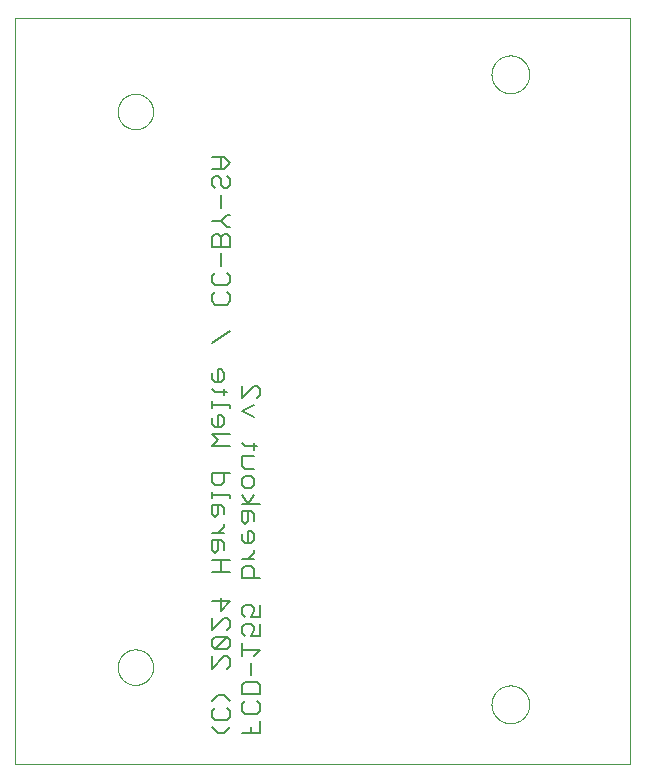
<source format=gbo>
G75*
%MOIN*%
%OFA0B0*%
%FSLAX25Y25*%
%IPPOS*%
%LPD*%
%AMOC8*
5,1,8,0,0,1.08239X$1,22.5*
%
%ADD10C,0.00000*%
%ADD11C,0.00800*%
D10*
X0030619Y0001000D02*
X0030619Y0249701D01*
X0235540Y0249701D01*
X0235540Y0001000D01*
X0030619Y0001000D01*
X0064713Y0033402D02*
X0064715Y0033555D01*
X0064721Y0033709D01*
X0064731Y0033862D01*
X0064745Y0034014D01*
X0064763Y0034167D01*
X0064785Y0034318D01*
X0064810Y0034469D01*
X0064840Y0034620D01*
X0064874Y0034770D01*
X0064911Y0034918D01*
X0064952Y0035066D01*
X0064997Y0035212D01*
X0065046Y0035358D01*
X0065099Y0035502D01*
X0065155Y0035644D01*
X0065215Y0035785D01*
X0065279Y0035925D01*
X0065346Y0036063D01*
X0065417Y0036199D01*
X0065492Y0036333D01*
X0065569Y0036465D01*
X0065651Y0036595D01*
X0065735Y0036723D01*
X0065823Y0036849D01*
X0065914Y0036972D01*
X0066008Y0037093D01*
X0066106Y0037211D01*
X0066206Y0037327D01*
X0066310Y0037440D01*
X0066416Y0037551D01*
X0066525Y0037659D01*
X0066637Y0037764D01*
X0066751Y0037865D01*
X0066869Y0037964D01*
X0066988Y0038060D01*
X0067110Y0038153D01*
X0067235Y0038242D01*
X0067362Y0038329D01*
X0067491Y0038411D01*
X0067622Y0038491D01*
X0067755Y0038567D01*
X0067890Y0038640D01*
X0068027Y0038709D01*
X0068166Y0038774D01*
X0068306Y0038836D01*
X0068448Y0038894D01*
X0068591Y0038949D01*
X0068736Y0039000D01*
X0068882Y0039047D01*
X0069029Y0039090D01*
X0069177Y0039129D01*
X0069326Y0039165D01*
X0069476Y0039196D01*
X0069627Y0039224D01*
X0069778Y0039248D01*
X0069931Y0039268D01*
X0070083Y0039284D01*
X0070236Y0039296D01*
X0070389Y0039304D01*
X0070542Y0039308D01*
X0070696Y0039308D01*
X0070849Y0039304D01*
X0071002Y0039296D01*
X0071155Y0039284D01*
X0071307Y0039268D01*
X0071460Y0039248D01*
X0071611Y0039224D01*
X0071762Y0039196D01*
X0071912Y0039165D01*
X0072061Y0039129D01*
X0072209Y0039090D01*
X0072356Y0039047D01*
X0072502Y0039000D01*
X0072647Y0038949D01*
X0072790Y0038894D01*
X0072932Y0038836D01*
X0073072Y0038774D01*
X0073211Y0038709D01*
X0073348Y0038640D01*
X0073483Y0038567D01*
X0073616Y0038491D01*
X0073747Y0038411D01*
X0073876Y0038329D01*
X0074003Y0038242D01*
X0074128Y0038153D01*
X0074250Y0038060D01*
X0074369Y0037964D01*
X0074487Y0037865D01*
X0074601Y0037764D01*
X0074713Y0037659D01*
X0074822Y0037551D01*
X0074928Y0037440D01*
X0075032Y0037327D01*
X0075132Y0037211D01*
X0075230Y0037093D01*
X0075324Y0036972D01*
X0075415Y0036849D01*
X0075503Y0036723D01*
X0075587Y0036595D01*
X0075669Y0036465D01*
X0075746Y0036333D01*
X0075821Y0036199D01*
X0075892Y0036063D01*
X0075959Y0035925D01*
X0076023Y0035785D01*
X0076083Y0035644D01*
X0076139Y0035502D01*
X0076192Y0035358D01*
X0076241Y0035212D01*
X0076286Y0035066D01*
X0076327Y0034918D01*
X0076364Y0034770D01*
X0076398Y0034620D01*
X0076428Y0034469D01*
X0076453Y0034318D01*
X0076475Y0034167D01*
X0076493Y0034014D01*
X0076507Y0033862D01*
X0076517Y0033709D01*
X0076523Y0033555D01*
X0076525Y0033402D01*
X0076523Y0033249D01*
X0076517Y0033095D01*
X0076507Y0032942D01*
X0076493Y0032790D01*
X0076475Y0032637D01*
X0076453Y0032486D01*
X0076428Y0032335D01*
X0076398Y0032184D01*
X0076364Y0032034D01*
X0076327Y0031886D01*
X0076286Y0031738D01*
X0076241Y0031592D01*
X0076192Y0031446D01*
X0076139Y0031302D01*
X0076083Y0031160D01*
X0076023Y0031019D01*
X0075959Y0030879D01*
X0075892Y0030741D01*
X0075821Y0030605D01*
X0075746Y0030471D01*
X0075669Y0030339D01*
X0075587Y0030209D01*
X0075503Y0030081D01*
X0075415Y0029955D01*
X0075324Y0029832D01*
X0075230Y0029711D01*
X0075132Y0029593D01*
X0075032Y0029477D01*
X0074928Y0029364D01*
X0074822Y0029253D01*
X0074713Y0029145D01*
X0074601Y0029040D01*
X0074487Y0028939D01*
X0074369Y0028840D01*
X0074250Y0028744D01*
X0074128Y0028651D01*
X0074003Y0028562D01*
X0073876Y0028475D01*
X0073747Y0028393D01*
X0073616Y0028313D01*
X0073483Y0028237D01*
X0073348Y0028164D01*
X0073211Y0028095D01*
X0073072Y0028030D01*
X0072932Y0027968D01*
X0072790Y0027910D01*
X0072647Y0027855D01*
X0072502Y0027804D01*
X0072356Y0027757D01*
X0072209Y0027714D01*
X0072061Y0027675D01*
X0071912Y0027639D01*
X0071762Y0027608D01*
X0071611Y0027580D01*
X0071460Y0027556D01*
X0071307Y0027536D01*
X0071155Y0027520D01*
X0071002Y0027508D01*
X0070849Y0027500D01*
X0070696Y0027496D01*
X0070542Y0027496D01*
X0070389Y0027500D01*
X0070236Y0027508D01*
X0070083Y0027520D01*
X0069931Y0027536D01*
X0069778Y0027556D01*
X0069627Y0027580D01*
X0069476Y0027608D01*
X0069326Y0027639D01*
X0069177Y0027675D01*
X0069029Y0027714D01*
X0068882Y0027757D01*
X0068736Y0027804D01*
X0068591Y0027855D01*
X0068448Y0027910D01*
X0068306Y0027968D01*
X0068166Y0028030D01*
X0068027Y0028095D01*
X0067890Y0028164D01*
X0067755Y0028237D01*
X0067622Y0028313D01*
X0067491Y0028393D01*
X0067362Y0028475D01*
X0067235Y0028562D01*
X0067110Y0028651D01*
X0066988Y0028744D01*
X0066869Y0028840D01*
X0066751Y0028939D01*
X0066637Y0029040D01*
X0066525Y0029145D01*
X0066416Y0029253D01*
X0066310Y0029364D01*
X0066206Y0029477D01*
X0066106Y0029593D01*
X0066008Y0029711D01*
X0065914Y0029832D01*
X0065823Y0029955D01*
X0065735Y0030081D01*
X0065651Y0030209D01*
X0065569Y0030339D01*
X0065492Y0030471D01*
X0065417Y0030605D01*
X0065346Y0030741D01*
X0065279Y0030879D01*
X0065215Y0031019D01*
X0065155Y0031160D01*
X0065099Y0031302D01*
X0065046Y0031446D01*
X0064997Y0031592D01*
X0064952Y0031738D01*
X0064911Y0031886D01*
X0064874Y0032034D01*
X0064840Y0032184D01*
X0064810Y0032335D01*
X0064785Y0032486D01*
X0064763Y0032637D01*
X0064745Y0032790D01*
X0064731Y0032942D01*
X0064721Y0033095D01*
X0064715Y0033249D01*
X0064713Y0033402D01*
X0189320Y0021000D02*
X0189322Y0021158D01*
X0189328Y0021316D01*
X0189338Y0021474D01*
X0189352Y0021632D01*
X0189370Y0021789D01*
X0189391Y0021946D01*
X0189417Y0022102D01*
X0189447Y0022258D01*
X0189480Y0022413D01*
X0189518Y0022566D01*
X0189559Y0022719D01*
X0189604Y0022871D01*
X0189653Y0023022D01*
X0189706Y0023171D01*
X0189762Y0023319D01*
X0189822Y0023465D01*
X0189886Y0023610D01*
X0189954Y0023753D01*
X0190025Y0023895D01*
X0190099Y0024035D01*
X0190177Y0024172D01*
X0190259Y0024308D01*
X0190343Y0024442D01*
X0190432Y0024573D01*
X0190523Y0024702D01*
X0190618Y0024829D01*
X0190715Y0024954D01*
X0190816Y0025076D01*
X0190920Y0025195D01*
X0191027Y0025312D01*
X0191137Y0025426D01*
X0191250Y0025537D01*
X0191365Y0025646D01*
X0191483Y0025751D01*
X0191604Y0025853D01*
X0191727Y0025953D01*
X0191853Y0026049D01*
X0191981Y0026142D01*
X0192111Y0026232D01*
X0192244Y0026318D01*
X0192379Y0026402D01*
X0192515Y0026481D01*
X0192654Y0026558D01*
X0192795Y0026630D01*
X0192937Y0026700D01*
X0193081Y0026765D01*
X0193227Y0026827D01*
X0193374Y0026885D01*
X0193523Y0026940D01*
X0193673Y0026991D01*
X0193824Y0027038D01*
X0193976Y0027081D01*
X0194129Y0027120D01*
X0194284Y0027156D01*
X0194439Y0027187D01*
X0194595Y0027215D01*
X0194751Y0027239D01*
X0194908Y0027259D01*
X0195066Y0027275D01*
X0195223Y0027287D01*
X0195382Y0027295D01*
X0195540Y0027299D01*
X0195698Y0027299D01*
X0195856Y0027295D01*
X0196015Y0027287D01*
X0196172Y0027275D01*
X0196330Y0027259D01*
X0196487Y0027239D01*
X0196643Y0027215D01*
X0196799Y0027187D01*
X0196954Y0027156D01*
X0197109Y0027120D01*
X0197262Y0027081D01*
X0197414Y0027038D01*
X0197565Y0026991D01*
X0197715Y0026940D01*
X0197864Y0026885D01*
X0198011Y0026827D01*
X0198157Y0026765D01*
X0198301Y0026700D01*
X0198443Y0026630D01*
X0198584Y0026558D01*
X0198723Y0026481D01*
X0198859Y0026402D01*
X0198994Y0026318D01*
X0199127Y0026232D01*
X0199257Y0026142D01*
X0199385Y0026049D01*
X0199511Y0025953D01*
X0199634Y0025853D01*
X0199755Y0025751D01*
X0199873Y0025646D01*
X0199988Y0025537D01*
X0200101Y0025426D01*
X0200211Y0025312D01*
X0200318Y0025195D01*
X0200422Y0025076D01*
X0200523Y0024954D01*
X0200620Y0024829D01*
X0200715Y0024702D01*
X0200806Y0024573D01*
X0200895Y0024442D01*
X0200979Y0024308D01*
X0201061Y0024172D01*
X0201139Y0024035D01*
X0201213Y0023895D01*
X0201284Y0023753D01*
X0201352Y0023610D01*
X0201416Y0023465D01*
X0201476Y0023319D01*
X0201532Y0023171D01*
X0201585Y0023022D01*
X0201634Y0022871D01*
X0201679Y0022719D01*
X0201720Y0022566D01*
X0201758Y0022413D01*
X0201791Y0022258D01*
X0201821Y0022102D01*
X0201847Y0021946D01*
X0201868Y0021789D01*
X0201886Y0021632D01*
X0201900Y0021474D01*
X0201910Y0021316D01*
X0201916Y0021158D01*
X0201918Y0021000D01*
X0201916Y0020842D01*
X0201910Y0020684D01*
X0201900Y0020526D01*
X0201886Y0020368D01*
X0201868Y0020211D01*
X0201847Y0020054D01*
X0201821Y0019898D01*
X0201791Y0019742D01*
X0201758Y0019587D01*
X0201720Y0019434D01*
X0201679Y0019281D01*
X0201634Y0019129D01*
X0201585Y0018978D01*
X0201532Y0018829D01*
X0201476Y0018681D01*
X0201416Y0018535D01*
X0201352Y0018390D01*
X0201284Y0018247D01*
X0201213Y0018105D01*
X0201139Y0017965D01*
X0201061Y0017828D01*
X0200979Y0017692D01*
X0200895Y0017558D01*
X0200806Y0017427D01*
X0200715Y0017298D01*
X0200620Y0017171D01*
X0200523Y0017046D01*
X0200422Y0016924D01*
X0200318Y0016805D01*
X0200211Y0016688D01*
X0200101Y0016574D01*
X0199988Y0016463D01*
X0199873Y0016354D01*
X0199755Y0016249D01*
X0199634Y0016147D01*
X0199511Y0016047D01*
X0199385Y0015951D01*
X0199257Y0015858D01*
X0199127Y0015768D01*
X0198994Y0015682D01*
X0198859Y0015598D01*
X0198723Y0015519D01*
X0198584Y0015442D01*
X0198443Y0015370D01*
X0198301Y0015300D01*
X0198157Y0015235D01*
X0198011Y0015173D01*
X0197864Y0015115D01*
X0197715Y0015060D01*
X0197565Y0015009D01*
X0197414Y0014962D01*
X0197262Y0014919D01*
X0197109Y0014880D01*
X0196954Y0014844D01*
X0196799Y0014813D01*
X0196643Y0014785D01*
X0196487Y0014761D01*
X0196330Y0014741D01*
X0196172Y0014725D01*
X0196015Y0014713D01*
X0195856Y0014705D01*
X0195698Y0014701D01*
X0195540Y0014701D01*
X0195382Y0014705D01*
X0195223Y0014713D01*
X0195066Y0014725D01*
X0194908Y0014741D01*
X0194751Y0014761D01*
X0194595Y0014785D01*
X0194439Y0014813D01*
X0194284Y0014844D01*
X0194129Y0014880D01*
X0193976Y0014919D01*
X0193824Y0014962D01*
X0193673Y0015009D01*
X0193523Y0015060D01*
X0193374Y0015115D01*
X0193227Y0015173D01*
X0193081Y0015235D01*
X0192937Y0015300D01*
X0192795Y0015370D01*
X0192654Y0015442D01*
X0192515Y0015519D01*
X0192379Y0015598D01*
X0192244Y0015682D01*
X0192111Y0015768D01*
X0191981Y0015858D01*
X0191853Y0015951D01*
X0191727Y0016047D01*
X0191604Y0016147D01*
X0191483Y0016249D01*
X0191365Y0016354D01*
X0191250Y0016463D01*
X0191137Y0016574D01*
X0191027Y0016688D01*
X0190920Y0016805D01*
X0190816Y0016924D01*
X0190715Y0017046D01*
X0190618Y0017171D01*
X0190523Y0017298D01*
X0190432Y0017427D01*
X0190343Y0017558D01*
X0190259Y0017692D01*
X0190177Y0017828D01*
X0190099Y0017965D01*
X0190025Y0018105D01*
X0189954Y0018247D01*
X0189886Y0018390D01*
X0189822Y0018535D01*
X0189762Y0018681D01*
X0189706Y0018829D01*
X0189653Y0018978D01*
X0189604Y0019129D01*
X0189559Y0019281D01*
X0189518Y0019434D01*
X0189480Y0019587D01*
X0189447Y0019742D01*
X0189417Y0019898D01*
X0189391Y0020054D01*
X0189370Y0020211D01*
X0189352Y0020368D01*
X0189338Y0020526D01*
X0189328Y0020684D01*
X0189322Y0020842D01*
X0189320Y0021000D01*
X0064713Y0218598D02*
X0064715Y0218751D01*
X0064721Y0218905D01*
X0064731Y0219058D01*
X0064745Y0219210D01*
X0064763Y0219363D01*
X0064785Y0219514D01*
X0064810Y0219665D01*
X0064840Y0219816D01*
X0064874Y0219966D01*
X0064911Y0220114D01*
X0064952Y0220262D01*
X0064997Y0220408D01*
X0065046Y0220554D01*
X0065099Y0220698D01*
X0065155Y0220840D01*
X0065215Y0220981D01*
X0065279Y0221121D01*
X0065346Y0221259D01*
X0065417Y0221395D01*
X0065492Y0221529D01*
X0065569Y0221661D01*
X0065651Y0221791D01*
X0065735Y0221919D01*
X0065823Y0222045D01*
X0065914Y0222168D01*
X0066008Y0222289D01*
X0066106Y0222407D01*
X0066206Y0222523D01*
X0066310Y0222636D01*
X0066416Y0222747D01*
X0066525Y0222855D01*
X0066637Y0222960D01*
X0066751Y0223061D01*
X0066869Y0223160D01*
X0066988Y0223256D01*
X0067110Y0223349D01*
X0067235Y0223438D01*
X0067362Y0223525D01*
X0067491Y0223607D01*
X0067622Y0223687D01*
X0067755Y0223763D01*
X0067890Y0223836D01*
X0068027Y0223905D01*
X0068166Y0223970D01*
X0068306Y0224032D01*
X0068448Y0224090D01*
X0068591Y0224145D01*
X0068736Y0224196D01*
X0068882Y0224243D01*
X0069029Y0224286D01*
X0069177Y0224325D01*
X0069326Y0224361D01*
X0069476Y0224392D01*
X0069627Y0224420D01*
X0069778Y0224444D01*
X0069931Y0224464D01*
X0070083Y0224480D01*
X0070236Y0224492D01*
X0070389Y0224500D01*
X0070542Y0224504D01*
X0070696Y0224504D01*
X0070849Y0224500D01*
X0071002Y0224492D01*
X0071155Y0224480D01*
X0071307Y0224464D01*
X0071460Y0224444D01*
X0071611Y0224420D01*
X0071762Y0224392D01*
X0071912Y0224361D01*
X0072061Y0224325D01*
X0072209Y0224286D01*
X0072356Y0224243D01*
X0072502Y0224196D01*
X0072647Y0224145D01*
X0072790Y0224090D01*
X0072932Y0224032D01*
X0073072Y0223970D01*
X0073211Y0223905D01*
X0073348Y0223836D01*
X0073483Y0223763D01*
X0073616Y0223687D01*
X0073747Y0223607D01*
X0073876Y0223525D01*
X0074003Y0223438D01*
X0074128Y0223349D01*
X0074250Y0223256D01*
X0074369Y0223160D01*
X0074487Y0223061D01*
X0074601Y0222960D01*
X0074713Y0222855D01*
X0074822Y0222747D01*
X0074928Y0222636D01*
X0075032Y0222523D01*
X0075132Y0222407D01*
X0075230Y0222289D01*
X0075324Y0222168D01*
X0075415Y0222045D01*
X0075503Y0221919D01*
X0075587Y0221791D01*
X0075669Y0221661D01*
X0075746Y0221529D01*
X0075821Y0221395D01*
X0075892Y0221259D01*
X0075959Y0221121D01*
X0076023Y0220981D01*
X0076083Y0220840D01*
X0076139Y0220698D01*
X0076192Y0220554D01*
X0076241Y0220408D01*
X0076286Y0220262D01*
X0076327Y0220114D01*
X0076364Y0219966D01*
X0076398Y0219816D01*
X0076428Y0219665D01*
X0076453Y0219514D01*
X0076475Y0219363D01*
X0076493Y0219210D01*
X0076507Y0219058D01*
X0076517Y0218905D01*
X0076523Y0218751D01*
X0076525Y0218598D01*
X0076523Y0218445D01*
X0076517Y0218291D01*
X0076507Y0218138D01*
X0076493Y0217986D01*
X0076475Y0217833D01*
X0076453Y0217682D01*
X0076428Y0217531D01*
X0076398Y0217380D01*
X0076364Y0217230D01*
X0076327Y0217082D01*
X0076286Y0216934D01*
X0076241Y0216788D01*
X0076192Y0216642D01*
X0076139Y0216498D01*
X0076083Y0216356D01*
X0076023Y0216215D01*
X0075959Y0216075D01*
X0075892Y0215937D01*
X0075821Y0215801D01*
X0075746Y0215667D01*
X0075669Y0215535D01*
X0075587Y0215405D01*
X0075503Y0215277D01*
X0075415Y0215151D01*
X0075324Y0215028D01*
X0075230Y0214907D01*
X0075132Y0214789D01*
X0075032Y0214673D01*
X0074928Y0214560D01*
X0074822Y0214449D01*
X0074713Y0214341D01*
X0074601Y0214236D01*
X0074487Y0214135D01*
X0074369Y0214036D01*
X0074250Y0213940D01*
X0074128Y0213847D01*
X0074003Y0213758D01*
X0073876Y0213671D01*
X0073747Y0213589D01*
X0073616Y0213509D01*
X0073483Y0213433D01*
X0073348Y0213360D01*
X0073211Y0213291D01*
X0073072Y0213226D01*
X0072932Y0213164D01*
X0072790Y0213106D01*
X0072647Y0213051D01*
X0072502Y0213000D01*
X0072356Y0212953D01*
X0072209Y0212910D01*
X0072061Y0212871D01*
X0071912Y0212835D01*
X0071762Y0212804D01*
X0071611Y0212776D01*
X0071460Y0212752D01*
X0071307Y0212732D01*
X0071155Y0212716D01*
X0071002Y0212704D01*
X0070849Y0212696D01*
X0070696Y0212692D01*
X0070542Y0212692D01*
X0070389Y0212696D01*
X0070236Y0212704D01*
X0070083Y0212716D01*
X0069931Y0212732D01*
X0069778Y0212752D01*
X0069627Y0212776D01*
X0069476Y0212804D01*
X0069326Y0212835D01*
X0069177Y0212871D01*
X0069029Y0212910D01*
X0068882Y0212953D01*
X0068736Y0213000D01*
X0068591Y0213051D01*
X0068448Y0213106D01*
X0068306Y0213164D01*
X0068166Y0213226D01*
X0068027Y0213291D01*
X0067890Y0213360D01*
X0067755Y0213433D01*
X0067622Y0213509D01*
X0067491Y0213589D01*
X0067362Y0213671D01*
X0067235Y0213758D01*
X0067110Y0213847D01*
X0066988Y0213940D01*
X0066869Y0214036D01*
X0066751Y0214135D01*
X0066637Y0214236D01*
X0066525Y0214341D01*
X0066416Y0214449D01*
X0066310Y0214560D01*
X0066206Y0214673D01*
X0066106Y0214789D01*
X0066008Y0214907D01*
X0065914Y0215028D01*
X0065823Y0215151D01*
X0065735Y0215277D01*
X0065651Y0215405D01*
X0065569Y0215535D01*
X0065492Y0215667D01*
X0065417Y0215801D01*
X0065346Y0215937D01*
X0065279Y0216075D01*
X0065215Y0216215D01*
X0065155Y0216356D01*
X0065099Y0216498D01*
X0065046Y0216642D01*
X0064997Y0216788D01*
X0064952Y0216934D01*
X0064911Y0217082D01*
X0064874Y0217230D01*
X0064840Y0217380D01*
X0064810Y0217531D01*
X0064785Y0217682D01*
X0064763Y0217833D01*
X0064745Y0217986D01*
X0064731Y0218138D01*
X0064721Y0218291D01*
X0064715Y0218445D01*
X0064713Y0218598D01*
X0189320Y0231000D02*
X0189322Y0231158D01*
X0189328Y0231316D01*
X0189338Y0231474D01*
X0189352Y0231632D01*
X0189370Y0231789D01*
X0189391Y0231946D01*
X0189417Y0232102D01*
X0189447Y0232258D01*
X0189480Y0232413D01*
X0189518Y0232566D01*
X0189559Y0232719D01*
X0189604Y0232871D01*
X0189653Y0233022D01*
X0189706Y0233171D01*
X0189762Y0233319D01*
X0189822Y0233465D01*
X0189886Y0233610D01*
X0189954Y0233753D01*
X0190025Y0233895D01*
X0190099Y0234035D01*
X0190177Y0234172D01*
X0190259Y0234308D01*
X0190343Y0234442D01*
X0190432Y0234573D01*
X0190523Y0234702D01*
X0190618Y0234829D01*
X0190715Y0234954D01*
X0190816Y0235076D01*
X0190920Y0235195D01*
X0191027Y0235312D01*
X0191137Y0235426D01*
X0191250Y0235537D01*
X0191365Y0235646D01*
X0191483Y0235751D01*
X0191604Y0235853D01*
X0191727Y0235953D01*
X0191853Y0236049D01*
X0191981Y0236142D01*
X0192111Y0236232D01*
X0192244Y0236318D01*
X0192379Y0236402D01*
X0192515Y0236481D01*
X0192654Y0236558D01*
X0192795Y0236630D01*
X0192937Y0236700D01*
X0193081Y0236765D01*
X0193227Y0236827D01*
X0193374Y0236885D01*
X0193523Y0236940D01*
X0193673Y0236991D01*
X0193824Y0237038D01*
X0193976Y0237081D01*
X0194129Y0237120D01*
X0194284Y0237156D01*
X0194439Y0237187D01*
X0194595Y0237215D01*
X0194751Y0237239D01*
X0194908Y0237259D01*
X0195066Y0237275D01*
X0195223Y0237287D01*
X0195382Y0237295D01*
X0195540Y0237299D01*
X0195698Y0237299D01*
X0195856Y0237295D01*
X0196015Y0237287D01*
X0196172Y0237275D01*
X0196330Y0237259D01*
X0196487Y0237239D01*
X0196643Y0237215D01*
X0196799Y0237187D01*
X0196954Y0237156D01*
X0197109Y0237120D01*
X0197262Y0237081D01*
X0197414Y0237038D01*
X0197565Y0236991D01*
X0197715Y0236940D01*
X0197864Y0236885D01*
X0198011Y0236827D01*
X0198157Y0236765D01*
X0198301Y0236700D01*
X0198443Y0236630D01*
X0198584Y0236558D01*
X0198723Y0236481D01*
X0198859Y0236402D01*
X0198994Y0236318D01*
X0199127Y0236232D01*
X0199257Y0236142D01*
X0199385Y0236049D01*
X0199511Y0235953D01*
X0199634Y0235853D01*
X0199755Y0235751D01*
X0199873Y0235646D01*
X0199988Y0235537D01*
X0200101Y0235426D01*
X0200211Y0235312D01*
X0200318Y0235195D01*
X0200422Y0235076D01*
X0200523Y0234954D01*
X0200620Y0234829D01*
X0200715Y0234702D01*
X0200806Y0234573D01*
X0200895Y0234442D01*
X0200979Y0234308D01*
X0201061Y0234172D01*
X0201139Y0234035D01*
X0201213Y0233895D01*
X0201284Y0233753D01*
X0201352Y0233610D01*
X0201416Y0233465D01*
X0201476Y0233319D01*
X0201532Y0233171D01*
X0201585Y0233022D01*
X0201634Y0232871D01*
X0201679Y0232719D01*
X0201720Y0232566D01*
X0201758Y0232413D01*
X0201791Y0232258D01*
X0201821Y0232102D01*
X0201847Y0231946D01*
X0201868Y0231789D01*
X0201886Y0231632D01*
X0201900Y0231474D01*
X0201910Y0231316D01*
X0201916Y0231158D01*
X0201918Y0231000D01*
X0201916Y0230842D01*
X0201910Y0230684D01*
X0201900Y0230526D01*
X0201886Y0230368D01*
X0201868Y0230211D01*
X0201847Y0230054D01*
X0201821Y0229898D01*
X0201791Y0229742D01*
X0201758Y0229587D01*
X0201720Y0229434D01*
X0201679Y0229281D01*
X0201634Y0229129D01*
X0201585Y0228978D01*
X0201532Y0228829D01*
X0201476Y0228681D01*
X0201416Y0228535D01*
X0201352Y0228390D01*
X0201284Y0228247D01*
X0201213Y0228105D01*
X0201139Y0227965D01*
X0201061Y0227828D01*
X0200979Y0227692D01*
X0200895Y0227558D01*
X0200806Y0227427D01*
X0200715Y0227298D01*
X0200620Y0227171D01*
X0200523Y0227046D01*
X0200422Y0226924D01*
X0200318Y0226805D01*
X0200211Y0226688D01*
X0200101Y0226574D01*
X0199988Y0226463D01*
X0199873Y0226354D01*
X0199755Y0226249D01*
X0199634Y0226147D01*
X0199511Y0226047D01*
X0199385Y0225951D01*
X0199257Y0225858D01*
X0199127Y0225768D01*
X0198994Y0225682D01*
X0198859Y0225598D01*
X0198723Y0225519D01*
X0198584Y0225442D01*
X0198443Y0225370D01*
X0198301Y0225300D01*
X0198157Y0225235D01*
X0198011Y0225173D01*
X0197864Y0225115D01*
X0197715Y0225060D01*
X0197565Y0225009D01*
X0197414Y0224962D01*
X0197262Y0224919D01*
X0197109Y0224880D01*
X0196954Y0224844D01*
X0196799Y0224813D01*
X0196643Y0224785D01*
X0196487Y0224761D01*
X0196330Y0224741D01*
X0196172Y0224725D01*
X0196015Y0224713D01*
X0195856Y0224705D01*
X0195698Y0224701D01*
X0195540Y0224701D01*
X0195382Y0224705D01*
X0195223Y0224713D01*
X0195066Y0224725D01*
X0194908Y0224741D01*
X0194751Y0224761D01*
X0194595Y0224785D01*
X0194439Y0224813D01*
X0194284Y0224844D01*
X0194129Y0224880D01*
X0193976Y0224919D01*
X0193824Y0224962D01*
X0193673Y0225009D01*
X0193523Y0225060D01*
X0193374Y0225115D01*
X0193227Y0225173D01*
X0193081Y0225235D01*
X0192937Y0225300D01*
X0192795Y0225370D01*
X0192654Y0225442D01*
X0192515Y0225519D01*
X0192379Y0225598D01*
X0192244Y0225682D01*
X0192111Y0225768D01*
X0191981Y0225858D01*
X0191853Y0225951D01*
X0191727Y0226047D01*
X0191604Y0226147D01*
X0191483Y0226249D01*
X0191365Y0226354D01*
X0191250Y0226463D01*
X0191137Y0226574D01*
X0191027Y0226688D01*
X0190920Y0226805D01*
X0190816Y0226924D01*
X0190715Y0227046D01*
X0190618Y0227171D01*
X0190523Y0227298D01*
X0190432Y0227427D01*
X0190343Y0227558D01*
X0190259Y0227692D01*
X0190177Y0227828D01*
X0190099Y0227965D01*
X0190025Y0228105D01*
X0189954Y0228247D01*
X0189886Y0228390D01*
X0189822Y0228535D01*
X0189762Y0228681D01*
X0189706Y0228829D01*
X0189653Y0228978D01*
X0189604Y0229129D01*
X0189559Y0229281D01*
X0189518Y0229434D01*
X0189480Y0229587D01*
X0189447Y0229742D01*
X0189417Y0229898D01*
X0189391Y0230054D01*
X0189370Y0230211D01*
X0189352Y0230368D01*
X0189338Y0230526D01*
X0189328Y0230684D01*
X0189322Y0230842D01*
X0189320Y0231000D01*
D11*
X0102224Y0201462D02*
X0100156Y0203531D01*
X0096019Y0203531D01*
X0099122Y0203531D02*
X0099122Y0199394D01*
X0100156Y0199394D02*
X0102224Y0201462D01*
X0100156Y0199394D02*
X0096019Y0199394D01*
X0097053Y0197085D02*
X0096019Y0196051D01*
X0096019Y0193982D01*
X0097053Y0192948D01*
X0099122Y0193982D02*
X0099122Y0196051D01*
X0098087Y0197085D01*
X0097053Y0197085D01*
X0099122Y0193982D02*
X0100156Y0192948D01*
X0101190Y0192948D01*
X0102224Y0193982D01*
X0102224Y0196051D01*
X0101190Y0197085D01*
X0099122Y0190640D02*
X0099122Y0186503D01*
X0101190Y0184194D02*
X0102224Y0184194D01*
X0101190Y0184194D02*
X0099122Y0182126D01*
X0096019Y0182126D01*
X0099122Y0182126D02*
X0101190Y0180057D01*
X0102224Y0180057D01*
X0101190Y0177749D02*
X0100156Y0177749D01*
X0099122Y0176714D01*
X0099122Y0173612D01*
X0099122Y0171303D02*
X0099122Y0167166D01*
X0101190Y0164858D02*
X0102224Y0163823D01*
X0102224Y0161755D01*
X0101190Y0160721D01*
X0097053Y0160721D01*
X0096019Y0161755D01*
X0096019Y0163823D01*
X0097053Y0164858D01*
X0097053Y0158412D02*
X0096019Y0157378D01*
X0096019Y0155309D01*
X0097053Y0154275D01*
X0101190Y0154275D01*
X0102224Y0155309D01*
X0102224Y0157378D01*
X0101190Y0158412D01*
X0102224Y0145521D02*
X0096019Y0141384D01*
X0098087Y0132630D02*
X0098087Y0128493D01*
X0097053Y0128493D02*
X0099122Y0128493D01*
X0100156Y0129527D01*
X0100156Y0131596D01*
X0099122Y0132630D01*
X0098087Y0132630D01*
X0096019Y0131596D02*
X0096019Y0129527D01*
X0097053Y0128493D01*
X0096019Y0126265D02*
X0097053Y0125230D01*
X0101190Y0125230D01*
X0100156Y0124196D02*
X0100156Y0126265D01*
X0102224Y0120933D02*
X0096019Y0120933D01*
X0096019Y0119899D02*
X0096019Y0121968D01*
X0098087Y0117591D02*
X0098087Y0113454D01*
X0097053Y0113454D02*
X0099122Y0113454D01*
X0100156Y0114488D01*
X0100156Y0116556D01*
X0099122Y0117591D01*
X0098087Y0117591D01*
X0096019Y0116556D02*
X0096019Y0114488D01*
X0097053Y0113454D01*
X0096019Y0111145D02*
X0102224Y0111145D01*
X0098087Y0109077D02*
X0096019Y0111145D01*
X0098087Y0109077D02*
X0096019Y0107008D01*
X0102224Y0107008D01*
X0106019Y0108002D02*
X0107053Y0106968D01*
X0111190Y0106968D01*
X0110156Y0105934D02*
X0110156Y0108002D01*
X0110156Y0103625D02*
X0106019Y0103625D01*
X0106019Y0100523D01*
X0107053Y0099488D01*
X0110156Y0099488D01*
X0109122Y0097180D02*
X0110156Y0096146D01*
X0110156Y0094077D01*
X0109122Y0093043D01*
X0107053Y0093043D01*
X0106019Y0094077D01*
X0106019Y0096146D01*
X0107053Y0097180D01*
X0109122Y0097180D01*
X0110156Y0090774D02*
X0108087Y0087672D01*
X0106019Y0090774D01*
X0106019Y0087672D02*
X0112224Y0087672D01*
X0109122Y0085363D02*
X0110156Y0084329D01*
X0110156Y0082260D01*
X0108087Y0082260D02*
X0108087Y0085363D01*
X0109122Y0085363D02*
X0106019Y0085363D01*
X0106019Y0082260D01*
X0107053Y0081226D01*
X0108087Y0082260D01*
X0108087Y0078918D02*
X0108087Y0074781D01*
X0107053Y0074781D02*
X0109122Y0074781D01*
X0110156Y0075815D01*
X0110156Y0077883D01*
X0109122Y0078918D01*
X0108087Y0078918D01*
X0106019Y0077883D02*
X0106019Y0075815D01*
X0107053Y0074781D01*
X0110156Y0072512D02*
X0110156Y0071478D01*
X0108087Y0069409D01*
X0106019Y0069409D02*
X0110156Y0069409D01*
X0109122Y0067101D02*
X0110156Y0066067D01*
X0110156Y0062964D01*
X0112224Y0062964D02*
X0106019Y0062964D01*
X0106019Y0066067D01*
X0107053Y0067101D01*
X0109122Y0067101D01*
X0102224Y0065112D02*
X0096019Y0065112D01*
X0099122Y0065112D02*
X0099122Y0069249D01*
X0097053Y0071558D02*
X0098087Y0072592D01*
X0098087Y0075695D01*
X0099122Y0075695D02*
X0096019Y0075695D01*
X0096019Y0072592D01*
X0097053Y0071558D01*
X0096019Y0069249D02*
X0102224Y0069249D01*
X0100156Y0072592D02*
X0100156Y0074661D01*
X0099122Y0075695D01*
X0100156Y0078003D02*
X0096019Y0078003D01*
X0098087Y0078003D02*
X0100156Y0080072D01*
X0100156Y0081106D01*
X0100156Y0084409D02*
X0100156Y0086477D01*
X0099122Y0087512D01*
X0096019Y0087512D01*
X0096019Y0084409D01*
X0097053Y0083375D01*
X0098087Y0084409D01*
X0098087Y0087512D01*
X0096019Y0089820D02*
X0096019Y0091889D01*
X0096019Y0090854D02*
X0102224Y0090854D01*
X0102224Y0089820D01*
X0099122Y0094117D02*
X0097053Y0094117D01*
X0096019Y0095151D01*
X0096019Y0098254D01*
X0102224Y0098254D01*
X0100156Y0098254D02*
X0100156Y0095151D01*
X0099122Y0094117D01*
X0110156Y0116676D02*
X0106019Y0118745D01*
X0110156Y0120813D01*
X0111190Y0123122D02*
X0112224Y0124156D01*
X0112224Y0126225D01*
X0111190Y0127259D01*
X0110156Y0127259D01*
X0106019Y0123122D01*
X0106019Y0127259D01*
X0102224Y0120933D02*
X0102224Y0119899D01*
X0102224Y0173612D02*
X0096019Y0173612D01*
X0096019Y0176714D01*
X0097053Y0177749D01*
X0098087Y0177749D01*
X0099122Y0176714D01*
X0101190Y0177749D02*
X0102224Y0176714D01*
X0102224Y0173612D01*
X0099122Y0056358D02*
X0099122Y0052221D01*
X0102224Y0055324D01*
X0096019Y0055324D01*
X0096019Y0049913D02*
X0096019Y0045776D01*
X0100156Y0049913D01*
X0101190Y0049913D01*
X0102224Y0048879D01*
X0102224Y0046810D01*
X0101190Y0045776D01*
X0101190Y0043467D02*
X0097053Y0039330D01*
X0096019Y0040365D01*
X0096019Y0042433D01*
X0097053Y0043467D01*
X0101190Y0043467D01*
X0102224Y0042433D01*
X0102224Y0040365D01*
X0101190Y0039330D01*
X0097053Y0039330D01*
X0096019Y0037022D02*
X0096019Y0032885D01*
X0100156Y0037022D01*
X0101190Y0037022D01*
X0102224Y0035988D01*
X0102224Y0033919D01*
X0101190Y0032885D01*
X0106019Y0037182D02*
X0106019Y0041319D01*
X0106019Y0039250D02*
X0112224Y0039250D01*
X0110156Y0037182D01*
X0109122Y0034873D02*
X0109122Y0030736D01*
X0111190Y0028428D02*
X0107053Y0028428D01*
X0106019Y0027394D01*
X0106019Y0024291D01*
X0112224Y0024291D01*
X0112224Y0027394D01*
X0111190Y0028428D01*
X0111190Y0021982D02*
X0112224Y0020948D01*
X0112224Y0018880D01*
X0111190Y0017845D01*
X0107053Y0017845D01*
X0106019Y0018880D01*
X0106019Y0020948D01*
X0107053Y0021982D01*
X0102224Y0022142D02*
X0100156Y0024211D01*
X0098087Y0024211D01*
X0096019Y0022142D01*
X0097053Y0019834D02*
X0096019Y0018800D01*
X0096019Y0016731D01*
X0097053Y0015697D01*
X0101190Y0015697D01*
X0102224Y0016731D01*
X0102224Y0018800D01*
X0101190Y0019834D01*
X0102224Y0013468D02*
X0100156Y0011400D01*
X0098087Y0011400D01*
X0096019Y0013468D01*
X0106019Y0011400D02*
X0112224Y0011400D01*
X0112224Y0015537D01*
X0109122Y0013468D02*
X0109122Y0011400D01*
X0109122Y0043627D02*
X0110156Y0045696D01*
X0110156Y0046730D01*
X0109122Y0047764D01*
X0107053Y0047764D01*
X0106019Y0046730D01*
X0106019Y0044662D01*
X0107053Y0043627D01*
X0109122Y0043627D02*
X0112224Y0043627D01*
X0112224Y0047764D01*
X0112224Y0050073D02*
X0109122Y0050073D01*
X0110156Y0052141D01*
X0110156Y0053176D01*
X0109122Y0054210D01*
X0107053Y0054210D01*
X0106019Y0053176D01*
X0106019Y0051107D01*
X0107053Y0050073D01*
X0112224Y0050073D02*
X0112224Y0054210D01*
M02*

</source>
